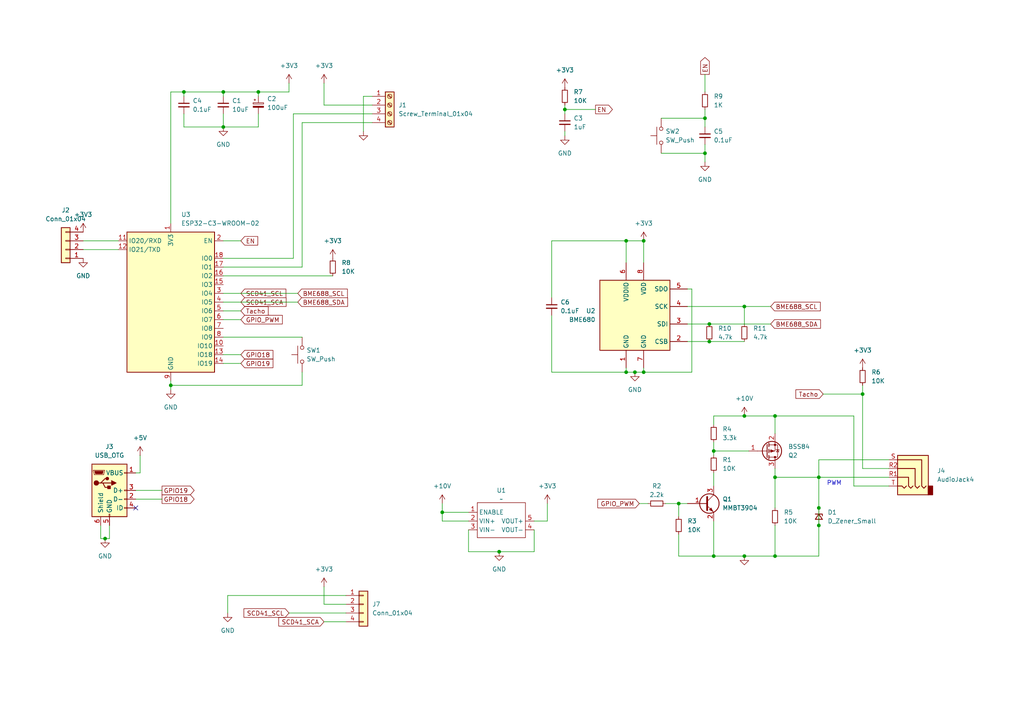
<source format=kicad_sch>
(kicad_sch (version 20231120) (generator "eeschema") (generator_version "8.0")
  (paper "A4")
  (lib_symbols
    (symbol "A_LOCAL_LIBS:Bucket-Converter-Board-3.3V"
      (property "Reference" "U" (at 0 6.604 0))
      (symbol "Bucket-Converter-Board-3.3V_0_1"
        (polyline (pts (xy -6.35 5.334) (xy 7.62 5.334) (xy 7.62 -4.826) (xy -6.35 -4.826) (xy -6.35 5.334)))
      )
      (symbol "Bucket-Converter-Board-3.3V_1_1"
        (pin input line (at -8.89 2.54 0) (length 2.54) (name "ENABLE") (number "1"))
        (pin power_in line (at -8.89 0 0) (length 2.54) (name "VIN+") (number "2"))
        (pin power_in line (at -8.89 -2.54 0) (length 2.54) (name "VIN-") (number "3"))
        (pin power_out line (at 10.16 -2.54 180) (length 2.54) (name "VOUT-") (number "4"))
        (pin power_out line (at 10.16 0 180) (length 2.54) (name "VOUT+") (number "5"))
      )
    )
    (symbol "Connector:Screw_Terminal_01x04" (pin_names (offset 1.016) hide)
      (property "Reference" "J" (at 0 5.08 0))
      (property "Value" "Screw_Terminal_01x04" (at 0 -7.62 0))
      (symbol "Screw_Terminal_01x04_1_1"
        (rectangle (start -1.27 3.81) (end 1.27 -6.35) (stroke (width 0.254)) (fill (type background)))
        (circle (center 0 -5.08) (radius 0.635) (stroke (width 0.1524)))
        (circle (center 0 -2.54) (radius 0.635) (stroke (width 0.1524)))
        (polyline (pts (xy -0.5334 -4.7498) (xy 0.3302 -5.588)) (stroke (width 0.1524)))
        (polyline (pts (xy -0.5334 -2.2098) (xy 0.3302 -3.048)) (stroke (width 0.1524)))
        (polyline (pts (xy -0.5334 0.3302) (xy 0.3302 -0.508)) (stroke (width 0.1524)))
        (polyline (pts (xy -0.5334 2.8702) (xy 0.3302 2.032)) (stroke (width 0.1524)))
        (polyline (pts (xy -0.3556 -4.572) (xy 0.508 -5.4102)) (stroke (width 0.1524)))
        (polyline (pts (xy -0.3556 -2.032) (xy 0.508 -2.8702)) (stroke (width 0.1524)))
        (polyline (pts (xy -0.3556 0.508) (xy 0.508 -0.3302)) (stroke (width 0.1524)))
        (polyline (pts (xy -0.3556 3.048) (xy 0.508 2.2098)) (stroke (width 0.1524)))
        (circle (center 0 0) (radius 0.635) (stroke (width 0.1524)))
        (circle (center 0 2.54) (radius 0.635) (stroke (width 0.1524)))
        (pin passive line (at -5.08 2.54 0) (length 3.81) (name "Pin_1") (number "1"))
        (pin passive line (at -5.08 0 0) (length 3.81) (name "Pin_2") (number "2"))
        (pin passive line (at -5.08 -2.54 0) (length 3.81) (name "Pin_3") (number "3"))
        (pin passive line (at -5.08 -5.08 0) (length 3.81) (name "Pin_4") (number "4"))
      )
    )
    (symbol "Connector:USB_OTG" (pin_names (offset 1.016))
      (property "Reference" "J" (at -5.08 11.43 0))
      (property "Value" "USB_OTG" (at -5.08 8.89 0))
      (symbol "USB_OTG_0_1"
        (rectangle (start -5.08 -7.62) (end 5.08 7.62) (stroke (width 0.254)) (fill (type background)))
        (circle (center -3.81 2.159) (radius 0.635) (stroke (width 0.254)) (fill (type outline)))
        (circle (center -0.635 3.429) (radius 0.381) (stroke (width 0.254)) (fill (type outline)))
        (rectangle (start -0.127 -7.62) (end 0.127 -6.858))
        (polyline (pts (xy -1.905 2.159) (xy 0.635 2.159)) (stroke (width 0.254)))
        (polyline (pts (xy -3.175 2.159) (xy -2.54 2.159) (xy -1.27 3.429) (xy -0.635 3.429)) (stroke (width 0.254)))
        (polyline (pts (xy -2.54 2.159) (xy -1.905 2.159) (xy -1.27 0.889) (xy 0 0.889)) (stroke (width 0.254)))
        (polyline (pts (xy 0.635 2.794) (xy 0.635 1.524) (xy 1.905 2.159) (xy 0.635 2.794)) (stroke (width 0.254)) (fill (type outline)))
        (polyline (pts (xy -4.318 5.588) (xy -1.778 5.588) (xy -2.032 4.826) (xy -4.064 4.826) (xy -4.318 5.588)) (fill (type outline)))
        (polyline (pts (xy -4.699 5.842) (xy -4.699 5.588) (xy -4.445 4.826) (xy -4.445 4.572) (xy -1.651 4.572) (xy -1.651 4.826) (xy -1.397 5.588) (xy -1.397 5.842) (xy -4.699 5.842)))
        (rectangle (start 0.254 1.27) (end -0.508 0.508) (stroke (width 0.254)) (fill (type outline)))
        (rectangle (start 5.08 -5.207) (end 4.318 -4.953))
        (rectangle (start 5.08 -2.667) (end 4.318 -2.413))
        (rectangle (start 5.08 -0.127) (end 4.318 0.127))
        (rectangle (start 5.08 4.953) (end 4.318 5.207))
      )
      (symbol "USB_OTG_1_1"
        (pin passive line (at 7.62 5.08 180) (length 2.54) (name "VBUS") (number "1"))
        (pin bidirectional line (at 7.62 -2.54 180) (length 2.54) (name "D-") (number "2"))
        (pin bidirectional line (at 7.62 0 180) (length 2.54) (name "D+") (number "3"))
        (pin passive line (at 7.62 -5.08 180) (length 2.54) (name "ID") (number "4"))
        (pin passive line (at 0 -10.16 90) (length 2.54) (name "GND") (number "5"))
        (pin passive line (at -2.54 -10.16 90) (length 2.54) (name "Shield") (number "6"))
      )
    )
    (symbol "Connector_Audio:AudioJack4"
      (property "Reference" "J" (at 0 8.89 0))
      (property "Value" "AudioJack4" (at 0 6.35 0))
      (symbol "AudioJack4_0_1"
        (rectangle (start -6.35 -5.08) (end -7.62 -7.62) (stroke (width 0.254)) (fill (type outline)))
        (polyline (pts (xy 0 -5.08) (xy 0.635 -5.715) (xy 1.27 -5.08) (xy 2.54 -5.08)) (stroke (width 0.254)))
        (polyline (pts (xy -5.715 -5.08) (xy -5.08 -5.715) (xy -4.445 -5.08) (xy -4.445 2.54) (xy 2.54 2.54)) (stroke (width 0.254)))
        (polyline (pts (xy -1.905 -5.08) (xy -1.27 -5.715) (xy -0.635 -5.08) (xy -0.635 -2.54) (xy 2.54 -2.54)) (stroke (width 0.254)))
        (polyline (pts (xy 2.54 0) (xy -2.54 0) (xy -2.54 -5.08) (xy -3.175 -5.715) (xy -3.81 -5.08)) (stroke (width 0.254)))
        (rectangle (start 2.54 3.81) (end -6.35 -7.62) (stroke (width 0.254)) (fill (type background)))
      )
      (symbol "AudioJack4_1_1"
        (pin passive line (at 5.08 -2.54 180) (length 2.54) (name "~") (number "R1"))
        (pin passive line (at 5.08 0 180) (length 2.54) (name "~") (number "R2"))
        (pin passive line (at 5.08 2.54 180) (length 2.54) (name "~") (number "S"))
        (pin passive line (at 5.08 -5.08 180) (length 2.54) (name "~") (number "T"))
      )
    )
    (symbol "Connector_Generic:Conn_01x04" (pin_names (offset 1.016) hide)
      (property "Reference" "J" (at 0 5.08 0))
      (property "Value" "Conn_01x04" (at 0 -7.62 0))
      (symbol "Conn_01x04_1_1"
        (rectangle (start -1.27 -4.953) (end 0 -5.207) (stroke (width 0.1524)))
        (rectangle (start -1.27 -2.413) (end 0 -2.667) (stroke (width 0.1524)))
        (rectangle (start -1.27 0.127) (end 0 -0.127) (stroke (width 0.1524)))
        (rectangle (start -1.27 2.667) (end 0 2.413) (stroke (width 0.1524)))
        (rectangle (start -1.27 3.81) (end 1.27 -6.35) (stroke (width 0.254)) (fill (type background)))
        (pin passive line (at -5.08 2.54 0) (length 3.81) (name "Pin_1") (number "1"))
        (pin passive line (at -5.08 0 0) (length 3.81) (name "Pin_2") (number "2"))
        (pin passive line (at -5.08 -2.54 0) (length 3.81) (name "Pin_3") (number "3"))
        (pin passive line (at -5.08 -5.08 0) (length 3.81) (name "Pin_4") (number "4"))
      )
    )
    (symbol "Device:C_Polarized_Small" (pin_numbers hide) (pin_names (offset 0.254) hide)
      (property "Reference" "C" (at 0.254 1.778 0))
      (property "Value" "C_Polarized_Small" (at 0.254 -2.032 0))
      (symbol "C_Polarized_Small_0_1"
        (rectangle (start -1.524 -0.3048) (end 1.524 -0.6858) (fill (type outline)))
        (rectangle (start -1.524 0.6858) (end 1.524 0.3048))
        (polyline (pts (xy -1.27 1.524) (xy -0.762 1.524)))
        (polyline (pts (xy -1.016 1.27) (xy -1.016 1.778)))
      )
      (symbol "C_Polarized_Small_1_1"
        (pin passive line (at 0 2.54 270) (length 1.8542) (name "~") (number "1"))
        (pin passive line (at 0 -2.54 90) (length 1.8542) (name "~") (number "2"))
      )
    )
    (symbol "Device:C_Small" (pin_numbers hide) (pin_names (offset 0.254) hide)
      (property "Reference" "C" (at 0.254 1.778 0))
      (property "Value" "C_Small" (at 0.254 -2.032 0))
      (symbol "C_Small_0_1"
        (polyline (pts (xy -1.524 -0.508) (xy 1.524 -0.508)) (stroke (width 0.3302)))
        (polyline (pts (xy -1.524 0.508) (xy 1.524 0.508)) (stroke (width 0.3048)))
      )
      (symbol "C_Small_1_1"
        (pin passive line (at 0 2.54 270) (length 2.032) (name "~") (number "1"))
        (pin passive line (at 0 -2.54 90) (length 2.032) (name "~") (number "2"))
      )
    )
    (symbol "Device:D_Zener_Small" (pin_numbers hide) (pin_names (offset 0.254) hide)
      (property "Reference" "D" (at 0 2.286 0))
      (property "Value" "D_Zener_Small" (at 0 -2.286 0))
      (symbol "D_Zener_Small_0_1"
        (polyline (pts (xy 0.762 0) (xy -0.762 0)))
        (polyline (pts (xy -0.254 1.016) (xy -0.762 1.016) (xy -0.762 -1.016)) (stroke (width 0.254)))
        (polyline (pts (xy 0.762 1.016) (xy -0.762 0) (xy 0.762 -1.016) (xy 0.762 1.016)) (stroke (width 0.254)))
      )
      (symbol "D_Zener_Small_1_1"
        (pin passive line (at -2.54 0 0) (length 1.778) (name "K") (number "1"))
        (pin passive line (at 2.54 0 180) (length 1.778) (name "A") (number "2"))
      )
    )
    (symbol "Device:R_Small" (pin_numbers hide) (pin_names (offset 0.254) hide)
      (property "Reference" "R" (at 0.762 0.508 0))
      (property "Value" "R_Small" (at 0.762 -1.016 0))
      (symbol "R_Small_0_1"
        (rectangle (start -0.762 1.778) (end 0.762 -1.778) (stroke (width 0.2032)))
      )
      (symbol "R_Small_1_1"
        (pin passive line (at 0 2.54 270) (length 0.762) (name "~") (number "1"))
        (pin passive line (at 0 -2.54 90) (length 0.762) (name "~") (number "2"))
      )
    )
    (symbol "GND_1" (power) (pin_names (offset 0))
      (property "Value" "GND_1" (at 0 -3.81 0))
      (symbol "GND_1_0_1"
        (polyline (pts (xy 0 0) (xy 0 -1.27) (xy 1.27 -1.27) (xy 0 -2.54) (xy -1.27 -1.27) (xy 0 -1.27)))
      )
      (symbol "GND_1_1_1"
        (pin power_in line (at 0 0 270) (length 0) hide (name "GND") (number "1"))
      )
    )
    (symbol "GND_2" (power) (pin_numbers hide) (pin_names (offset 0) hide)
      (property "Value" "GND" (at 0 -3.81 0))
      (symbol "GND_2_0_1"
        (polyline (pts (xy 0 0) (xy 0 -1.27) (xy 1.27 -1.27) (xy 0 -2.54) (xy -1.27 -1.27) (xy 0 -1.27)))
      )
      (symbol "GND_2_1_1"
        (pin power_in line (at 0 0 270) (length 0) (name "~") (number "1"))
      )
    )
    (symbol "RF_Module:ESP32-C3-WROOM-02"
      (property "Reference" "U" (at -12.192 21.336 0))
      (property "Value" "ESP32-C3-WROOM-02" (at 12.192 21.336 0))
      (symbol "ESP32-C3-WROOM-02_1_1"
        (rectangle (start -12.7 20.32) (end 12.7 -20.32) (stroke (width 0.254)) (fill (type background)))
        (pin power_in line (at 0 22.86 270) (length 2.54) (name "3V3") (number "1"))
        (pin bidirectional line (at -15.24 -12.7 0) (length 2.54) (name "IO10") (number "10"))
        (pin bidirectional line (at 15.24 17.78 180) (length 2.54) (name "IO20/RXD") (number "11"))
        (pin bidirectional line (at 15.24 15.24 180) (length 2.54) (name "IO21/TXD") (number "12"))
        (pin bidirectional line (at -15.24 -15.24 0) (length 2.54) (name "IO18") (number "13"))
        (pin bidirectional line (at -15.24 -17.78 0) (length 2.54) (name "IO19") (number "14"))
        (pin bidirectional line (at -15.24 5.08 0) (length 2.54) (name "IO3") (number "15"))
        (pin bidirectional line (at -15.24 7.62 0) (length 2.54) (name "IO2") (number "16"))
        (pin bidirectional line (at -15.24 10.16 0) (length 2.54) (name "IO1") (number "17"))
        (pin bidirectional line (at -15.24 12.7 0) (length 2.54) (name "IO0") (number "18"))
        (pin passive line (at 0 -22.86 90) (length 2.54) hide (name "GND") (number "19"))
        (pin input line (at -15.24 17.78 0) (length 2.54) (name "EN") (number "2"))
        (pin bidirectional line (at -15.24 2.54 0) (length 2.54) (name "IO4") (number "3"))
        (pin bidirectional line (at -15.24 0 0) (length 2.54) (name "IO5") (number "4"))
        (pin bidirectional line (at -15.24 -2.54 0) (length 2.54) (name "IO6") (number "5"))
        (pin bidirectional line (at -15.24 -5.08 0) (length 2.54) (name "IO7") (number "6"))
        (pin bidirectional line (at -15.24 -7.62 0) (length 2.54) (name "IO8") (number "7"))
        (pin bidirectional line (at -15.24 -10.16 0) (length 2.54) (name "IO9") (number "8"))
        (pin power_in line (at 0 -22.86 90) (length 2.54) (name "GND") (number "9"))
      )
    )
    (symbol "Sensor:BME680"
      (property "Reference" "U" (at -8.89 11.43 0))
      (property "Value" "BME680" (at 7.62 11.43 0))
      (symbol "BME680_0_1"
        (rectangle (start -10.16 10.16) (end 10.16 -10.16) (stroke (width 0.254)) (fill (type background)))
      )
      (symbol "BME680_1_1"
        (pin power_in line (at -2.54 -15.24 90) (length 5.08) (name "GND") (number "1"))
        (pin input line (at 15.24 -7.62 180) (length 5.08) (name "CSB") (number "2"))
        (pin bidirectional line (at 15.24 -2.54 180) (length 5.08) (name "SDI") (number "3"))
        (pin input line (at 15.24 2.54 180) (length 5.08) (name "SCK") (number "4"))
        (pin bidirectional line (at 15.24 7.62 180) (length 5.08) (name "SDO") (number "5"))
        (pin power_in line (at -2.54 15.24 270) (length 5.08) (name "VDDIO") (number "6"))
        (pin power_in line (at 2.54 -15.24 90) (length 5.08) (name "GND") (number "7"))
        (pin power_in line (at 2.54 15.24 270) (length 5.08) (name "VDD") (number "8"))
      )
    )
    (symbol "Switch:SW_Push" (pin_numbers hide) (pin_names (offset 1.016) hide)
      (property "Reference" "SW" (at 1.27 2.54 0))
      (property "Value" "SW_Push" (at 0 -1.524 0))
      (symbol "SW_Push_0_1"
        (circle (center -2.032 0) (radius 0.508))
        (polyline (pts (xy 0 1.27) (xy 0 3.048)))
        (polyline (pts (xy 2.54 1.27) (xy -2.54 1.27)))
        (circle (center 2.032 0) (radius 0.508))
        (pin passive line (at -5.08 0 0) (length 2.54) (name "1") (number "1"))
        (pin passive line (at 5.08 0 180) (length 2.54) (name "2") (number "2"))
      )
    )
    (symbol "Transistor_BJT:MMBT3904" (pin_names (offset 0) hide)
      (property "Reference" "Q" (at 5.08 1.905 0))
      (property "Value" "MMBT3904" (at 5.08 0 0))
      (symbol "MMBT3904_0_1"
        (polyline (pts (xy 0.635 0.635) (xy 2.54 2.54)))
        (polyline (pts (xy 0.635 -0.635) (xy 2.54 -2.54) (xy 2.54 -2.54)))
        (polyline (pts (xy 0.635 1.905) (xy 0.635 -1.905) (xy 0.635 -1.905)) (stroke (width 0.508)))
        (polyline (pts (xy 1.27 -1.778) (xy 1.778 -1.27) (xy 2.286 -2.286) (xy 1.27 -1.778) (xy 1.27 -1.778)) (fill (type outline)))
        (circle (center 1.27 0) (radius 2.8194) (stroke (width 0.254)))
      )
      (symbol "MMBT3904_1_1"
        (pin input line (at -5.08 0 0) (length 5.715) (name "B") (number "1"))
        (pin passive line (at 2.54 -5.08 90) (length 2.54) (name "E") (number "2"))
        (pin passive line (at 2.54 5.08 270) (length 2.54) (name "C") (number "3"))
      )
    )
    (symbol "Transistor_FET:BSS84" (pin_names hide)
      (property "Reference" "Q" (at 5.08 1.905 0))
      (property "Value" "BSS84" (at 5.08 0 0))
      (symbol "BSS84_0_1"
        (polyline (pts (xy 0.254 0) (xy -2.54 0)))
        (polyline (pts (xy 0.254 1.905) (xy 0.254 -1.905)) (stroke (width 0.254)))
        (polyline (pts (xy 0.762 -1.27) (xy 0.762 -2.286)) (stroke (width 0.254)))
        (polyline (pts (xy 0.762 0.508) (xy 0.762 -0.508)) (stroke (width 0.254)))
        (polyline (pts (xy 0.762 2.286) (xy 0.762 1.27)) (stroke (width 0.254)))
        (polyline (pts (xy 2.54 2.54) (xy 2.54 1.778)))
        (polyline (pts (xy 2.54 -2.54) (xy 2.54 0) (xy 0.762 0)))
        (polyline (pts (xy 0.762 1.778) (xy 3.302 1.778) (xy 3.302 -1.778) (xy 0.762 -1.778)))
        (polyline (pts (xy 2.286 0) (xy 1.27 0.381) (xy 1.27 -0.381) (xy 2.286 0)) (fill (type outline)))
        (polyline (pts (xy 2.794 -0.508) (xy 2.921 -0.381) (xy 3.683 -0.381) (xy 3.81 -0.254)))
        (polyline (pts (xy 3.302 -0.381) (xy 2.921 0.254) (xy 3.683 0.254) (xy 3.302 -0.381)))
        (circle (center 1.651 0) (radius 2.794) (stroke (width 0.254)))
        (circle (center 2.54 -1.778) (radius 0.254) (fill (type outline)))
        (circle (center 2.54 1.778) (radius 0.254) (fill (type outline)))
      )
      (symbol "BSS84_1_1"
        (pin input line (at -5.08 0 0) (length 2.54) (name "G") (number "1"))
        (pin passive line (at 2.54 -5.08 90) (length 2.54) (name "S") (number "2"))
        (pin passive line (at 2.54 5.08 270) (length 2.54) (name "D") (number "3"))
      )
    )
    (symbol "power:+10V" (power) (pin_names (offset 0))
      (property "Value" "+10V" (at 0 3.556 0))
      (symbol "+10V_0_1"
        (polyline (pts (xy -0.762 1.27) (xy 0 2.54)))
        (polyline (pts (xy 0 0) (xy 0 2.54)))
        (polyline (pts (xy 0 2.54) (xy 0.762 1.27)))
      )
      (symbol "+10V_1_1"
        (pin power_in line (at 0 0 90) (length 0) hide (name "+10V") (number "1"))
      )
    )
    (symbol "power:+3.3V" (power) (pin_names (offset 0))
      (property "Value" "+3.3V" (at 0 3.556 0))
      (symbol "+3.3V_0_1"
        (polyline (pts (xy -0.762 1.27) (xy 0 2.54)))
        (polyline (pts (xy 0 0) (xy 0 2.54)))
        (polyline (pts (xy 0 2.54) (xy 0.762 1.27)))
      )
      (symbol "+3.3V_1_1"
        (pin power_in line (at 0 0 90) (length 0) hide (name "+3V3") (number "1"))
      )
    )
    (symbol "power:+5V" (power) (pin_numbers hide) (pin_names (offset 0) hide)
      (property "Value" "+5V" (at 0 3.556 0))
      (symbol "+5V_0_1"
        (polyline (pts (xy -0.762 1.27) (xy 0 2.54)))
        (polyline (pts (xy 0 0) (xy 0 2.54)))
        (polyline (pts (xy 0 2.54) (xy 0.762 1.27)))
      )
      (symbol "+5V_1_1"
        (pin power_in line (at 0 0 90) (length 0) (name "~") (number "1"))
      )
    )
    (symbol "power:GND" (power) (pin_names (offset 0))
      (property "Value" "GND" (at 0 -3.81 0))
      (symbol "GND_0_1"
        (polyline (pts (xy 0 0) (xy 0 -1.27) (xy 1.27 -1.27) (xy 0 -2.54) (xy -1.27 -1.27) (xy 0 -1.27)))
      )
      (symbol "GND_1_1"
        (pin power_in line (at 0 0 270) (length 0) hide (name "GND") (number "1"))
      )
    )
  )
  (junction (at 186.69 69.85))
  (junction (at 237.49 152.4))
  (junction (at 207.01 130.81))
  (junction (at 205.74 99.06))
  (junction (at 186.69 107.95))
  (junction (at 207.01 161.29))
  (junction (at 181.61 107.95))
  (junction (at 53.34 26.67))
  (junction (at 30.48 156.21))
  (junction (at 181.61 69.85))
  (junction (at 204.47 34.29))
  (junction (at 64.77 26.67))
  (junction (at 237.49 138.43))
  (junction (at 204.47 44.45))
  (junction (at 205.74 93.98))
  (junction (at 250.19 114.3))
  (junction (at 224.79 138.43))
  (junction (at 196.85 146.05))
  (junction (at 215.9 120.65))
  (junction (at 144.78 160.02))
  (junction (at 237.49 147.32))
  (junction (at 224.79 120.65))
  (junction (at 49.53 111.76))
  (junction (at 215.9 88.9))
  (junction (at 64.77 36.83))
  (junction (at 163.83 31.75))
  (junction (at 224.79 161.29))
  (junction (at 128.27 148.59))
  (junction (at 74.93 26.67))
  (junction (at 184.15 107.95))
  (junction (at 215.9 161.29))
  (no_connect (at 39.37 147.32))
  (wire (pts (xy 31.75 156.21) (xy 30.48 156.21)))
  (wire (pts (xy 39.37 137.16) (xy 40.64 137.16)))
  (wire (pts (xy 181.61 107.95) (xy 184.15 107.95)))
  (wire (pts (xy 29.21 152.4) (xy 29.21 156.21)))
  (wire (pts (xy 160.02 69.85) (xy 160.02 86.36)))
  (wire (pts (xy 158.75 151.13) (xy 158.75 146.05)))
  (wire (pts (xy 87.63 107.95) (xy 87.63 111.76)))
  (wire (pts (xy 215.9 120.65) (xy 224.79 120.65)))
  (wire (pts (xy 128.27 148.59) (xy 128.27 146.05)))
  (wire (pts (xy 87.63 111.76) (xy 49.53 111.76)))
  (wire (pts (xy 207.01 137.16) (xy 207.01 140.97)))
  (wire (pts (xy 204.47 44.45) (xy 204.47 46.99)))
  (wire (pts (xy 83.82 177.8) (xy 100.33 177.8)))
  (wire (pts (xy 224.79 135.89) (xy 224.79 138.43)))
  (wire (pts (xy 87.63 35.56) (xy 107.95 35.56)))
  (wire (pts (xy 49.53 113.03) (xy 49.53 111.76)))
  (wire (pts (xy 74.93 26.67) (xy 74.93 27.94)))
  (wire (pts (xy 100.33 172.72) (xy 66.04 172.72)))
  (wire (pts (xy 191.77 44.45) (xy 204.47 44.45)))
  (wire (pts (xy 237.49 138.43) (xy 257.81 138.43)))
  (wire (pts (xy 207.01 128.27) (xy 207.01 130.81)))
  (wire (pts (xy 128.27 148.59) (xy 135.89 148.59)))
  (wire (pts (xy 224.79 152.4) (xy 224.79 161.29)))
  (wire (pts (xy 181.61 69.85) (xy 181.61 76.2)))
  (wire (pts (xy 40.64 137.16) (xy 40.64 132.08)))
  (wire (pts (xy 64.77 74.93) (xy 85.09 74.93)))
  (wire (pts (xy 238.76 114.3) (xy 250.19 114.3)))
  (wire (pts (xy 186.69 106.68) (xy 186.69 107.95)))
  (wire (pts (xy 224.79 120.65) (xy 247.65 120.65)))
  (wire (pts (xy 237.49 133.35) (xy 257.81 133.35)))
  (wire (pts (xy 64.77 92.71) (xy 69.85 92.71)))
  (wire (pts (xy 200.66 107.95) (xy 186.69 107.95)))
  (wire (pts (xy 186.69 76.2) (xy 186.69 69.85)))
  (wire (pts (xy 135.89 160.02) (xy 144.78 160.02)))
  (wire (pts (xy 154.94 160.02) (xy 144.78 160.02)))
  (wire (pts (xy 31.75 152.4) (xy 31.75 156.21)))
  (wire (pts (xy 64.77 69.85) (xy 69.85 69.85)))
  (wire (pts (xy 237.49 138.43) (xy 237.49 147.32)))
  (wire (pts (xy 93.98 30.48) (xy 93.98 24.13)))
  (wire (pts (xy 64.77 105.41) (xy 69.85 105.41)))
  (wire (pts (xy 53.34 36.83) (xy 64.77 36.83)))
  (wire (pts (xy 53.34 33.02) (xy 53.34 36.83)))
  (wire (pts (xy 224.79 161.29) (xy 215.9 161.29)))
  (wire (pts (xy 163.83 31.75) (xy 163.83 30.48)))
  (wire (pts (xy 107.95 30.48) (xy 93.98 30.48)))
  (wire (pts (xy 24.13 72.39) (xy 34.29 72.39)))
  (wire (pts (xy 83.82 24.13) (xy 83.82 26.67)))
  (wire (pts (xy 64.77 102.87) (xy 69.85 102.87)))
  (wire (pts (xy 199.39 83.82) (xy 200.66 83.82)))
  (wire (pts (xy 74.93 33.02) (xy 74.93 36.83)))
  (wire (pts (xy 215.9 93.98) (xy 215.9 88.9)))
  (wire (pts (xy 87.63 97.79) (xy 64.77 97.79)))
  (wire (pts (xy 128.27 151.13) (xy 128.27 148.59)))
  (wire (pts (xy 205.74 99.06) (xy 215.9 99.06)))
  (wire (pts (xy 87.63 35.56) (xy 87.63 77.47)))
  (wire (pts (xy 100.33 175.26) (xy 93.98 175.26)))
  (wire (pts (xy 85.09 33.02) (xy 107.95 33.02)))
  (wire (pts (xy 49.53 26.67) (xy 53.34 26.67)))
  (wire (pts (xy 74.93 26.67) (xy 83.82 26.67)))
  (wire (pts (xy 215.9 88.9) (xy 223.52 88.9)))
  (wire (pts (xy 215.9 88.9) (xy 199.39 88.9)))
  (wire (pts (xy 247.65 140.97) (xy 257.81 140.97)))
  (wire (pts (xy 64.77 87.63) (xy 86.36 87.63)))
  (wire (pts (xy 135.89 153.67) (xy 135.89 160.02)))
  (wire (pts (xy 64.77 90.17) (xy 69.85 90.17)))
  (wire (pts (xy 49.53 111.76) (xy 49.53 110.49)))
  (wire (pts (xy 215.9 120.65) (xy 207.01 120.65)))
  (wire (pts (xy 105.41 27.94) (xy 105.41 38.1)))
  (wire (pts (xy 237.49 161.29) (xy 224.79 161.29)))
  (wire (pts (xy 160.02 107.95) (xy 181.61 107.95)))
  (wire (pts (xy 199.39 99.06) (xy 205.74 99.06)))
  (wire (pts (xy 185.42 146.05) (xy 187.96 146.05)))
  (wire (pts (xy 257.81 135.89) (xy 250.19 135.89)))
  (wire (pts (xy 191.77 34.29) (xy 204.47 34.29)))
  (wire (pts (xy 204.47 21.59) (xy 204.47 26.67)))
  (wire (pts (xy 181.61 106.68) (xy 181.61 107.95)))
  (wire (pts (xy 207.01 130.81) (xy 207.01 132.08)))
  (wire (pts (xy 181.61 69.85) (xy 160.02 69.85)))
  (wire (pts (xy 64.77 33.02) (xy 64.77 36.83)))
  (wire (pts (xy 237.49 147.32) (xy 237.49 152.4)))
  (wire (pts (xy 193.04 146.05) (xy 196.85 146.05)))
  (wire (pts (xy 196.85 146.05) (xy 196.85 149.86)))
  (wire (pts (xy 64.77 26.67) (xy 74.93 26.67)))
  (wire (pts (xy 163.83 33.02) (xy 163.83 31.75)))
  (wire (pts (xy 74.93 36.83) (xy 64.77 36.83)))
  (wire (pts (xy 39.37 142.24) (xy 46.99 142.24)))
  (wire (pts (xy 64.77 77.47) (xy 87.63 77.47)))
  (wire (pts (xy 135.89 151.13) (xy 128.27 151.13)))
  (wire (pts (xy 207.01 151.13) (xy 207.01 161.29)))
  (wire (pts (xy 64.77 85.09) (xy 86.36 85.09)))
  (wire (pts (xy 186.69 107.95) (xy 184.15 107.95)))
  (wire (pts (xy 237.49 152.4) (xy 237.49 161.29)))
  (wire (pts (xy 154.94 153.67) (xy 154.94 160.02)))
  (wire (pts (xy 200.66 83.82) (xy 200.66 107.95)))
  (wire (pts (xy 66.04 172.72) (xy 66.04 177.8)))
  (wire (pts (xy 207.01 130.81) (xy 217.17 130.81)))
  (wire (pts (xy 85.09 33.02) (xy 85.09 74.93)))
  (wire (pts (xy 204.47 41.91) (xy 204.47 44.45)))
  (wire (pts (xy 160.02 91.44) (xy 160.02 107.95)))
  (wire (pts (xy 196.85 161.29) (xy 207.01 161.29)))
  (wire (pts (xy 24.13 69.85) (xy 34.29 69.85)))
  (wire (pts (xy 204.47 31.75) (xy 204.47 34.29)))
  (wire (pts (xy 53.34 26.67) (xy 53.34 27.94)))
  (wire (pts (xy 196.85 154.94) (xy 196.85 161.29)))
  (wire (pts (xy 93.98 180.34) (xy 100.33 180.34)))
  (wire (pts (xy 39.37 144.78) (xy 46.99 144.78)))
  (wire (pts (xy 199.39 93.98) (xy 205.74 93.98)))
  (wire (pts (xy 186.69 69.85) (xy 181.61 69.85)))
  (wire (pts (xy 196.85 146.05) (xy 199.39 146.05)))
  (wire (pts (xy 163.83 31.75) (xy 172.72 31.75)))
  (wire (pts (xy 247.65 120.65) (xy 247.65 140.97)))
  (wire (pts (xy 107.95 27.94) (xy 105.41 27.94)))
  (wire (pts (xy 250.19 111.76) (xy 250.19 114.3)))
  (wire (pts (xy 49.53 26.67) (xy 49.53 64.77)))
  (wire (pts (xy 224.79 138.43) (xy 237.49 138.43)))
  (wire (pts (xy 224.79 120.65) (xy 224.79 125.73)))
  (wire (pts (xy 53.34 26.67) (xy 64.77 26.67)))
  (wire (pts (xy 163.83 38.1) (xy 163.83 39.37)))
  (wire (pts (xy 224.79 138.43) (xy 224.79 147.32)))
  (wire (pts (xy 237.49 133.35) (xy 237.49 138.43)))
  (wire (pts (xy 93.98 175.26) (xy 93.98 170.18)))
  (wire (pts (xy 250.19 135.89) (xy 250.19 114.3)))
  (wire (pts (xy 205.74 93.98) (xy 223.52 93.98)))
  (wire (pts (xy 207.01 120.65) (xy 207.01 123.19)))
  (wire (pts (xy 64.77 80.01) (xy 96.52 80.01)))
  (wire (pts (xy 204.47 34.29) (xy 204.47 36.83)))
  (wire (pts (xy 64.77 26.67) (xy 64.77 27.94)))
  (wire (pts (xy 29.21 156.21) (xy 30.48 156.21)))
  (wire (pts (xy 207.01 161.29) (xy 215.9 161.29)))
  (wire (pts (xy 154.94 151.13) (xy 158.75 151.13)))
  (text "PWM" (at 239.776 140.97 0) (effects (font (size 1.27 1.27)) (justify left bottom)))
  (global_label "GPIO_PWM" (shape input) (at 69.85 92.71 0) (property "Intersheetrefs" "${INTERSHEET_REFS}" (effects (hide yes))))
  (global_label "BME688_SCL" (shape input) (at 86.36 85.09 0) (property "Intersheetrefs" "${INTERSHEET_REFS}" (effects (hide yes))))
  (global_label "GPIO18" (shape input) (at 69.85 102.87 0) (property "Intersheetrefs" "${INTERSHEET_REFS}" (effects (hide yes))))
  (global_label "SCD41_SCL" (shape input) (at 83.82 177.8 180) (property "Intersheetrefs" "${INTERSHEET_REFS}" (effects (hide yes))))
  (global_label "Tacho" (shape input) (at 69.85 90.17 0) (property "Intersheetrefs" "${INTERSHEET_REFS}" (effects (hide yes))))
  (global_label "EN" (shape output) (at 204.47 21.59 90) (property "Intersheetrefs" "${INTERSHEET_REFS}" (effects (hide yes))))
  (global_label "Tacho" (shape input) (at 238.76 114.3 180) (property "Intersheetrefs" "${INTERSHEET_REFS}" (effects (hide yes))))
  (global_label "EN" (shape input) (at 69.85 69.85 0) (property "Intersheetrefs" "${INTERSHEET_REFS}" (effects (hide yes))))
  (global_label "SCD41_SCA" (shape input) (at 69.85 87.63 0) (property "Intersheetrefs" "${INTERSHEET_REFS}" (effects (hide yes))))
  (global_label "BME688_SDA" (shape input) (at 86.36 87.63 0) (property "Intersheetrefs" "${INTERSHEET_REFS}" (effects (hide yes))))
  (global_label "GPIO18" (shape output) (at 46.99 144.78 0) (property "Intersheetrefs" "${INTERSHEET_REFS}" (effects (hide yes))))
  (global_label "GPIO19" (shape input) (at 69.85 105.41 0) (property "Intersheetrefs" "${INTERSHEET_REFS}" (effects (hide yes))))
  (global_label "BME688_SDA" (shape input) (at 223.52 93.98 0) (property "Intersheetrefs" "${INTERSHEET_REFS}" (effects (hide yes))))
  (global_label "BME688_SCL" (shape input) (at 223.52 88.9 0) (property "Intersheetrefs" "${INTERSHEET_REFS}" (effects (hide yes))))
  (global_label "SCD41_SCA" (shape input) (at 93.98 180.34 180) (property "Intersheetrefs" "${INTERSHEET_REFS}" (effects (hide yes))))
  (global_label "EN" (shape output) (at 172.72 31.75 0) (property "Intersheetrefs" "${INTERSHEET_REFS}" (effects (hide yes))))
  (global_label "GPIO19" (shape output) (at 46.99 142.24 0) (property "Intersheetrefs" "${INTERSHEET_REFS}" (effects (hide yes))))
  (global_label "SCD41_SCL" (shape input) (at 69.85 85.09 0) (property "Intersheetrefs" "${INTERSHEET_REFS}" (effects (hide yes))))
  (global_label "GPIO_PWM" (shape input) (at 185.42 146.05 180) (property "Intersheetrefs" "${INTERSHEET_REFS}" (effects (hide yes))))
  (symbol (lib_id "RF_Module:ESP32-C3-WROOM-02") (at 49.53 87.63 0) (mirror y) (unit 1)
    (property "Reference" "U3" (at 52.5465 62.23 0) (effects (justify right)))
    (property "Value" "ESP32-C3-WROOM-02" (at 52.5465 64.77 0) (effects (justify right)))
    (property "Footprint" "RF_Module:ESP32-C3-WROOM-02" (effects (hide yes)))
    (property "Datasheet" "https://www.espressif.com/sites/default/files/documentation/esp32-c3-wroom-02_datasheet_en.pdf" (effects (hide yes)))
    (property "Description" "802.11 b/g/n Wi­Fi and Bluetooth 5 module, ESP32­C3 SoC, RISC­V microprocessor, On-board antenna" (effects (hide yes)))
  )
  (symbol (lib_id "Device:R_Small") (at 207.01 125.73 0) (unit 1)
    (property "Reference" "R4" (at 209.55 124.46 0) (effects (justify left)))
    (property "Value" "3.3k" (at 209.55 127 0) (effects (justify left)))
    (property "Footprint" "Resistor_SMD:R_0805_2012Metric_Pad1.20x1.40mm_HandSolder" (effects (hide yes)))
  )
  (symbol (lib_id "power:+3.3V") (at 83.82 24.13 0) (unit 1)
    (property "Reference" "#PWR08" (effects (hide yes)))
    (property "Value" "+3V3" (at 83.82 19.05 0))
  )
  (symbol (lib_id "power:+3.3V") (at 163.83 25.4 0) (unit 1)
    (property "Reference" "#PWR06" (effects (hide yes)))
    (property "Value" "+3V3" (at 163.83 20.32 0))
  )
  (symbol (lib_id "Device:C_Small") (at 53.34 30.48 0) (unit 1)
    (property "Reference" "C4" (at 55.88 29.2163 0) (effects (justify left)))
    (property "Value" "0.1uF" (at 55.88 31.7563 0) (effects (justify left)))
    (property "Footprint" "Capacitor_SMD:C_0805_2012Metric_Pad1.18x1.45mm_HandSolder" (effects (hide yes)))
  )
  (symbol (lib_id "power:+10V") (at 215.9 120.65 0) (unit 1)
    (property "Reference" "#PWR02" (effects (hide yes)))
    (property "Value" "+10V" (at 215.9 115.57 0))
  )
  (symbol (lib_id "power:+3.3V") (at 158.75 146.05 0) (unit 1)
    (property "Reference" "#PWR017" (effects (hide yes)))
    (property "Value" "+3V3" (at 158.75 140.97 0))
  )
  (symbol (lib_id "Connector_Generic:Conn_01x04") (at 105.41 175.26 0) (unit 1)
    (property "Reference" "J7" (at 107.95 175.26 0) (effects (justify left)))
    (property "Value" "Conn_01x04" (at 107.95 177.8 0) (effects (justify left)))
    (property "Footprint" "Connector_PinHeader_2.54mm:PinHeader_1x04_P2.54mm_Vertical" (effects (hide yes)))
  )
  (symbol (lib_name "GND_1") (lib_id "power:GND") (at 64.77 36.83 0) (unit 1)
    (property "Reference" "#PWR010" (effects (hide yes)))
    (property "Value" "GND" (at 64.77 41.91 0))
  )
  (symbol (lib_id "power:+5V") (at 40.64 132.08 0) (unit 1)
    (property "Reference" "#PWR020" (effects (hide yes)))
    (property "Value" "+5V" (at 40.64 127 0))
    (property "Description" "Power symbol creates a global label with name \"+5V\"" (effects (hide yes)))
  )
  (symbol (lib_id "Device:R_Small") (at 204.47 29.21 0) (unit 1)
    (property "Reference" "R9" (at 207.01 27.9399 0) (effects (justify left)))
    (property "Value" "1K" (at 207.01 30.4799 0) (effects (justify left)))
    (property "Footprint" "Resistor_SMD:R_0805_2012Metric_Pad1.20x1.40mm_HandSolder" (effects (hide yes)))
  )
  (symbol (lib_id "power:+3.3V") (at 93.98 170.18 0) (unit 1)
    (property "Reference" "#PWR014" (effects (hide yes)))
    (property "Value" "+3V3" (at 93.98 165.1 0))
  )
  (symbol (lib_id "power:+3.3V") (at 250.19 106.68 0) (unit 1)
    (property "Reference" "#PWR05" (effects (hide yes)))
    (property "Value" "+3V3" (at 250.19 101.6 0))
  )
  (symbol (lib_id "Device:C_Polarized_Small") (at 74.93 30.48 0) (unit 1)
    (property "Reference" "C2" (at 77.47 28.6638 0) (effects (justify left)))
    (property "Value" "100uF" (at 77.47 31.2038 0) (effects (justify left)))
    (property "Footprint" "Capacitor_Tantalum_SMD:CP_EIA-3528-12_Kemet-T_Pad1.50x2.35mm_HandSolder" (effects (hide yes)))
  )
  (symbol (lib_id "Device:R_Small") (at 207.01 134.62 0) (unit 1)
    (property "Reference" "R1" (at 209.55 133.35 0) (effects (justify left)))
    (property "Value" "10K" (at 209.55 135.89 0) (effects (justify left)))
    (property "Footprint" "Resistor_SMD:R_0805_2012Metric_Pad1.20x1.40mm_HandSolder" (effects (hide yes)))
  )
  (symbol (lib_id "Device:C_Small") (at 204.47 39.37 0) (unit 1)
    (property "Reference" "C5" (at 207.01 38.1062 0) (effects (justify left)))
    (property "Value" "0.1uF" (at 207.01 40.6462 0) (effects (justify left)))
    (property "Footprint" "Capacitor_SMD:C_0805_2012Metric_Pad1.18x1.45mm_HandSolder" (effects (hide yes)))
  )
  (symbol (lib_id "power:GND") (at 163.83 39.37 0) (unit 1)
    (property "Reference" "#PWR07" (effects (hide yes)))
    (property "Value" "GND" (at 163.83 44.45 0))
  )
  (symbol (lib_id "power:GND") (at 204.47 46.99 0) (unit 1)
    (property "Reference" "#PWR019" (effects (hide yes)))
    (property "Value" "GND" (at 204.47 52.07 0))
  )
  (symbol (lib_id "power:GND") (at 49.53 113.03 0) (unit 1)
    (property "Reference" "#PWR03" (effects (hide yes)))
    (property "Value" "GND" (at 49.53 118.11 0))
  )
  (symbol (lib_id "Device:R_Small") (at 250.19 109.22 0) (unit 1)
    (property "Reference" "R6" (at 252.73 107.95 0) (effects (justify left)))
    (property "Value" "10K" (at 252.73 110.49 0) (effects (justify left)))
    (property "Footprint" "Resistor_SMD:R_0805_2012Metric_Pad1.20x1.40mm_HandSolder" (effects (hide yes)))
  )
  (symbol (lib_id "power:GND") (at 24.13 74.93 0) (unit 1)
    (property "Reference" "#PWR012" (effects (hide yes)))
    (property "Value" "GND" (at 24.13 80.01 0))
  )
  (symbol (lib_id "Transistor_FET:BSS84") (at 222.25 130.81 0) (mirror x) (unit 1)
    (property "Reference" "Q2" (at 228.6 132.08 0) (effects (justify left)))
    (property "Value" "BSS84" (at 228.6 129.54 0) (effects (justify left)))
    (property "Footprint" "Package_TO_SOT_SMD:SOT-23" (effects (hide yes)))
    (property "Datasheet" "http://assets.nexperia.com/documents/data-sheet/BSS84.pdf" (effects (hide yes)))
  )
  (symbol (lib_id "power:+10V") (at 128.27 146.05 0) (unit 1)
    (property "Reference" "#PWR015" (effects (hide yes)))
    (property "Value" "+10V" (at 128.27 140.97 0))
  )
  (symbol (lib_id "Device:R_Small") (at 215.9 96.52 0) (unit 1)
    (property "Reference" "R11" (at 218.44 95.2499 0) (effects (justify left)))
    (property "Value" "4.7k" (at 218.44 97.7899 0) (effects (justify left)))
    (property "Footprint" "Resistor_SMD:R_0603_1608Metric_Pad0.98x0.95mm_HandSolder" (effects (hide yes)))
  )
  (symbol (lib_id "Connector_Audio:AudioJack4") (at 262.89 135.89 0) (mirror y) (unit 1)
    (property "Reference" "J4" (at 271.78 136.5249 0) (effects (justify right)))
    (property "Value" "AudioJack4" (at 271.78 139.0649 0) (effects (justify right)))
    (property "Footprint" "Connector_Audio:Jack_3.5mm_KoreanHropartsElec_PJ-320D-4A_Horizontal" (effects (hide yes)))
    (property "Description" "Audio Jack, 4 Poles (TRRS)" (effects (hide yes)))
  )
  (symbol (lib_id "power:GND") (at 30.48 156.21 0) (unit 1)
    (property "Reference" "#PWR021" (effects (hide yes)))
    (property "Value" "GND" (at 30.48 161.29 0))
  )
  (symbol (lib_id "power:+3.3V") (at 186.69 69.85 0) (unit 1)
    (property "Reference" "#PWR023" (effects (hide yes)))
    (property "Value" "+3V3" (at 186.69 64.77 0))
  )
  (symbol (lib_id "A_LOCAL_LIBS:Bucket-Converter-Board-3.3V") (at 144.78 151.13 0) (unit 1)
    (property "Reference" "U1" (at 145.415 142.24 0))
    (property "Value" "~" (at 145.415 144.78 0))
    (property "Footprint" "A_LOCAL_LIBS:Buck-Boost-Converter-Board-3.3V" (effects (hide yes)))
    (property "Description" "https://www.aliexpress.com/item/1005001345418224.html?spm=a2g0o.order_list.order_list_main.23.433e18028rvluK" (effects (hide yes)))
  )
  (symbol (lib_name "GND_2") (lib_id "power:GND") (at 66.04 177.8 0) (unit 1)
    (property "Reference" "#PWR013" (effects (hide yes)))
    (property "Value" "GND" (at 66.04 182.88 0))
    (property "Description" "Power symbol creates a global label with name \"GND\" , ground" (effects (hide yes)))
  )
  (symbol (lib_id "Connector:USB_OTG") (at 31.75 142.24 0) (unit 1)
    (property "Reference" "J3" (at 31.75 129.54 0))
    (property "Value" "USB_OTG" (at 31.75 132.08 0))
    (property "Footprint" "Connector_USB:USB_Micro-B_Molex-105017-0001" (effects (hide yes)))
    (property "Description" "USB mini/micro connector" (effects (hide yes)))
  )
  (symbol (lib_id "power:GND") (at 105.41 38.1 0) (unit 1)
    (property "Reference" "#PWR09" (effects (hide yes)))
    (property "Value" "GND" (effects (hide yes)))
  )
  (symbol (lib_id "power:GND") (at 215.9 161.29 0) (unit 1)
    (property "Reference" "#PWR01" (effects (hide yes)))
    (property "Value" "GND" (effects (hide yes)))
  )
  (symbol (lib_id "Device:C_Small") (at 163.83 35.56 0) (unit 1)
    (property "Reference" "C3" (at 166.37 34.2962 0) (effects (justify left)))
    (property "Value" "1uF" (at 166.37 36.8362 0) (effects (justify left)))
    (property "Footprint" "Capacitor_SMD:C_0805_2012Metric_Pad1.18x1.45mm_HandSolder" (effects (hide yes)))
  )
  (symbol (lib_id "power:GND") (at 184.15 107.95 0) (unit 1)
    (property "Reference" "#PWR022" (effects (hide yes)))
    (property "Value" "GND" (at 184.15 113.03 0))
  )
  (symbol (lib_id "power:+3.3V") (at 96.52 74.93 0) (unit 1)
    (property "Reference" "#PWR011" (effects (hide yes)))
    (property "Value" "+3V3" (at 96.52 69.85 0))
  )
  (symbol (lib_id "Device:R_Small") (at 196.85 152.4 0) (unit 1)
    (property "Reference" "R3" (at 199.39 151.13 0) (effects (justify left)))
    (property "Value" "10K" (at 199.39 153.67 0) (effects (justify left)))
    (property "Footprint" "Resistor_SMD:R_0805_2012Metric_Pad1.20x1.40mm_HandSolder" (effects (hide yes)))
  )
  (symbol (lib_id "Device:R_Small") (at 224.79 149.86 0) (unit 1)
    (property "Reference" "R5" (at 227.33 148.59 0) (effects (justify left)))
    (property "Value" "10K" (at 227.33 151.13 0) (effects (justify left)))
    (property "Footprint" "Resistor_SMD:R_0805_2012Metric_Pad1.20x1.40mm_HandSolder" (effects (hide yes)))
  )
  (symbol (lib_id "Device:R_Small") (at 190.5 146.05 90) (unit 1)
    (property "Reference" "R2" (at 190.5 140.97 90))
    (property "Value" "2.2k" (at 190.5 143.51 90))
    (property "Footprint" "Resistor_SMD:R_0805_2012Metric_Pad1.20x1.40mm_HandSolder" (effects (hide yes)))
  )
  (symbol (lib_id "Device:C_Small") (at 64.77 30.48 0) (unit 1)
    (property "Reference" "C1" (at 67.31 29.2162 0) (effects (justify left)))
    (property "Value" "10uF" (at 67.31 31.7562 0) (effects (justify left)))
    (property "Footprint" "Capacitor_SMD:C_0805_2012Metric_Pad1.18x1.45mm_HandSolder" (effects (hide yes)))
  )
  (symbol (lib_id "power:GND") (at 144.78 160.02 0) (unit 1)
    (property "Reference" "#PWR016" (effects (hide yes)))
    (property "Value" "GND" (at 144.78 165.1 0))
  )
  (symbol (lib_id "power:+3.3V") (at 24.13 67.31 0) (unit 1)
    (property "Reference" "#PWR018" (effects (hide yes)))
    (property "Value" "+3V3" (at 24.13 62.23 0))
  )
  (symbol (lib_id "Switch:SW_Push") (at 87.63 102.87 90) (unit 1)
    (property "Reference" "SW1" (at 88.9 101.5999 90) (effects (justify right)))
    (property "Value" "SW_Push" (at 88.9 104.1399 90) (effects (justify right)))
    (property "Footprint" "Button_Switch_SMD:SW_SPST_CK_RS282G05A3" (effects (hide yes)))
    (property "Description" "Push button switch, generic, two pins" (effects (hide yes)))
  )
  (symbol (lib_id "Transistor_BJT:MMBT3904") (at 204.47 146.05 0) (unit 1)
    (property "Reference" "Q1" (at 209.55 144.78 0) (effects (justify left)))
    (property "Value" "MMBT3904" (at 209.55 147.32 0) (effects (justify left)))
    (property "Footprint" "Package_TO_SOT_SMD:SOT-23" (effects (hide yes)))
    (property "Datasheet" "https://www.onsemi.com/pdf/datasheet/pzt3904-d.pdf" (effects (hide yes)))
  )
  (symbol (lib_id "Connector_Generic:Conn_01x04") (at 19.05 72.39 180) (unit 1)
    (property "Reference" "J2" (at 19.05 60.96 0))
    (property "Value" "Conn_01x04" (at 19.05 63.5 0))
    (property "Footprint" "Connector_PinHeader_2.54mm:PinHeader_1x04_P2.54mm_Vertical" (effects (hide yes)))
  )
  (symbol (lib_id "Device:R_Small") (at 205.74 96.52 0) (unit 1)
    (property "Reference" "R10" (at 208.28 95.2499 0) (effects (justify left)))
    (property "Value" "4.7k" (at 208.28 97.7899 0) (effects (justify left)))
    (property "Footprint" "Resistor_SMD:R_0603_1608Metric_Pad0.98x0.95mm_HandSolder" (effects (hide yes)))
  )
  (symbol (lib_id "power:+3.3V") (at 93.98 24.13 0) (unit 1)
    (property "Reference" "#PWR04" (effects (hide yes)))
    (property "Value" "+3V3" (at 93.98 19.05 0))
  )
  (symbol (lib_id "Device:R_Small") (at 96.52 77.47 0) (unit 1)
    (property "Reference" "R8" (at 99.06 76.2 0) (effects (justify left)))
    (property "Value" "10K" (at 99.06 78.74 0) (effects (justify left)))
    (property "Footprint" "Resistor_SMD:R_0805_2012Metric_Pad1.20x1.40mm_HandSolder" (effects (hide yes)))
  )
  (symbol (lib_id "Device:R_Small") (at 163.83 27.94 0) (unit 1)
    (property "Reference" "R7" (at 166.37 26.67 0) (effects (justify left)))
    (property "Value" "10K" (at 166.37 29.21 0) (effects (justify left)))
    (property "Footprint" "Resistor_SMD:R_0805_2012Metric_Pad1.20x1.40mm_HandSolder" (effects (hide yes)))
  )
  (symbol (lib_id "Device:C_Small") (at 160.02 88.9 0) (unit 1)
    (property "Reference" "C6" (at 162.56 87.6362 0) (effects (justify left)))
    (property "Value" "0.1uF" (at 162.56 90.1762 0) (effects (justify left)))
    (property "Footprint" "Capacitor_SMD:C_0603_1608Metric_Pad1.08x0.95mm_HandSolder" (effects (hide yes)))
  )
  (symbol (lib_id "Connector:Screw_Terminal_01x04") (at 113.03 30.48 0) (unit 1)
    (property "Reference" "J1" (at 115.57 30.48 0) (effects (justify left)))
    (property "Value" "Screw_Terminal_01x04" (at 115.57 33.02 0) (effects (justify left)))
    (property "Footprint" "TerminalBlock_Phoenix:TerminalBlock_Phoenix_MPT-0,5-4-2.54_1x04_P2.54mm_Horizontal" (effects (hide yes)))
  )
  (symbol (lib_id "Switch:SW_Push") (at 191.77 39.37 90) (unit 1)
    (property "Reference" "SW2" (at 193.04 38.0999 90) (effects (justify right)))
    (property "Value" "SW_Push" (at 193.04 40.6399 90) (effects (justify right)))
    (property "Footprint" "Button_Switch_SMD:SW_SPST_CK_RS282G05A3" (effects (hide yes)))
    (property "Description" "Push button switch, generic, two pins" (effects (hide yes)))
  )
  (symbol (lib_id "Sensor:BME680") (at 184.15 91.44 0) (unit 1)
    (property "Reference" "U2" (at 172.72 90.1699 0) (effects (justify right)))
    (property "Value" "BME680" (at 172.72 92.7099 0) (effects (justify right)))
    (property "Footprint" "Package_LGA:Bosch_LGA-8_3x3mm_P0.8mm_ClockwisePinNumbering" (effects (hide yes)))
    (property "Datasheet" "https://ae-bst.resource.bosch.com/media/_tech/media/datasheets/BST-BME680-DS001.pdf" (effects (hide yes)))
    (property "Description" "4-in-1 sensor, gas, humidity, pressure, temperature, I2C and SPI interface, 1.71-3.6V, LGA-8" (effects (hide yes)))
  )
  (symbol (lib_id "Device:D_Zener_Small") (at 237.49 149.86 270) (unit 1)
    (property "Reference" "D1" (at 240.03 148.59 90) (effects (justify left)))
    (property "Value" "D_Zener_Small" (at 240.03 151.13 90) (effects (justify left)))
    (property "Footprint" "Diode_SMD:D_0805_2012Metric_Pad1.15x1.40mm_HandSolder" (effects (hide yes)))
  )
)
</source>
